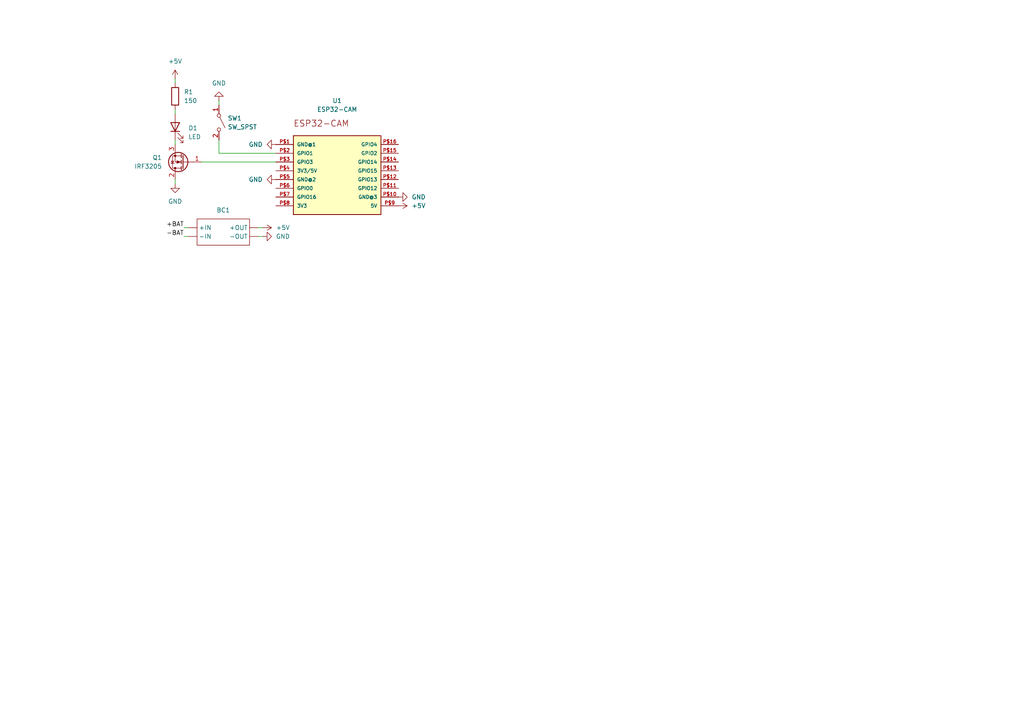
<source format=kicad_sch>
(kicad_sch
	(version 20250114)
	(generator "eeschema")
	(generator_version "9.0")
	(uuid "c734d7a1-08f8-42a6-a355-1b5fadf793c1")
	(paper "A4")
	(lib_symbols
		(symbol "BC:BC"
			(exclude_from_sim no)
			(in_bom yes)
			(on_board yes)
			(property "Reference" "BC"
				(at 0 0 0)
				(effects
					(font
						(size 1.27 1.27)
					)
				)
			)
			(property "Value" ""
				(at 0 0 0)
				(effects
					(font
						(size 1.27 1.27)
					)
				)
			)
			(property "Footprint" ""
				(at 0 0 0)
				(effects
					(font
						(size 1.27 1.27)
					)
					(hide yes)
				)
			)
			(property "Datasheet" ""
				(at 0 0 0)
				(effects
					(font
						(size 1.27 1.27)
					)
					(hide yes)
				)
			)
			(property "Description" ""
				(at 0 0 0)
				(effects
					(font
						(size 1.27 1.27)
					)
					(hide yes)
				)
			)
			(symbol "BC_0_1"
				(rectangle
					(start -7.62 3.81)
					(end 7.62 -3.81)
					(stroke
						(width 0)
						(type default)
					)
					(fill
						(type none)
					)
				)
			)
			(symbol "BC_1_1"
				(pin input line
					(at -10.16 1.27 0)
					(length 2.54)
					(name "+IN"
						(effects
							(font
								(size 1.27 1.27)
							)
						)
					)
					(number ""
						(effects
							(font
								(size 1.27 1.27)
							)
						)
					)
				)
				(pin input line
					(at -10.16 -1.27 0)
					(length 2.54)
					(name "-IN"
						(effects
							(font
								(size 1.27 1.27)
							)
						)
					)
					(number ""
						(effects
							(font
								(size 1.27 1.27)
							)
						)
					)
				)
				(pin input line
					(at 10.16 1.27 180)
					(length 2.54)
					(name "+OUT"
						(effects
							(font
								(size 1.27 1.27)
							)
						)
					)
					(number ""
						(effects
							(font
								(size 1.27 1.27)
							)
						)
					)
				)
				(pin input line
					(at 10.16 -1.27 180)
					(length 2.54)
					(name "-OUT"
						(effects
							(font
								(size 1.27 1.27)
							)
						)
					)
					(number ""
						(effects
							(font
								(size 1.27 1.27)
							)
						)
					)
				)
			)
			(embedded_fonts no)
		)
		(symbol "Device:LED"
			(pin_numbers
				(hide yes)
			)
			(pin_names
				(offset 1.016)
				(hide yes)
			)
			(exclude_from_sim no)
			(in_bom yes)
			(on_board yes)
			(property "Reference" "D"
				(at 0 2.54 0)
				(effects
					(font
						(size 1.27 1.27)
					)
				)
			)
			(property "Value" "LED"
				(at 0 -2.54 0)
				(effects
					(font
						(size 1.27 1.27)
					)
				)
			)
			(property "Footprint" ""
				(at 0 0 0)
				(effects
					(font
						(size 1.27 1.27)
					)
					(hide yes)
				)
			)
			(property "Datasheet" "~"
				(at 0 0 0)
				(effects
					(font
						(size 1.27 1.27)
					)
					(hide yes)
				)
			)
			(property "Description" "Light emitting diode"
				(at 0 0 0)
				(effects
					(font
						(size 1.27 1.27)
					)
					(hide yes)
				)
			)
			(property "Sim.Pins" "1=K 2=A"
				(at 0 0 0)
				(effects
					(font
						(size 1.27 1.27)
					)
					(hide yes)
				)
			)
			(property "ki_keywords" "LED diode"
				(at 0 0 0)
				(effects
					(font
						(size 1.27 1.27)
					)
					(hide yes)
				)
			)
			(property "ki_fp_filters" "LED* LED_SMD:* LED_THT:*"
				(at 0 0 0)
				(effects
					(font
						(size 1.27 1.27)
					)
					(hide yes)
				)
			)
			(symbol "LED_0_1"
				(polyline
					(pts
						(xy -3.048 -0.762) (xy -4.572 -2.286) (xy -3.81 -2.286) (xy -4.572 -2.286) (xy -4.572 -1.524)
					)
					(stroke
						(width 0)
						(type default)
					)
					(fill
						(type none)
					)
				)
				(polyline
					(pts
						(xy -1.778 -0.762) (xy -3.302 -2.286) (xy -2.54 -2.286) (xy -3.302 -2.286) (xy -3.302 -1.524)
					)
					(stroke
						(width 0)
						(type default)
					)
					(fill
						(type none)
					)
				)
				(polyline
					(pts
						(xy -1.27 0) (xy 1.27 0)
					)
					(stroke
						(width 0)
						(type default)
					)
					(fill
						(type none)
					)
				)
				(polyline
					(pts
						(xy -1.27 -1.27) (xy -1.27 1.27)
					)
					(stroke
						(width 0.254)
						(type default)
					)
					(fill
						(type none)
					)
				)
				(polyline
					(pts
						(xy 1.27 -1.27) (xy 1.27 1.27) (xy -1.27 0) (xy 1.27 -1.27)
					)
					(stroke
						(width 0.254)
						(type default)
					)
					(fill
						(type none)
					)
				)
			)
			(symbol "LED_1_1"
				(pin passive line
					(at -3.81 0 0)
					(length 2.54)
					(name "K"
						(effects
							(font
								(size 1.27 1.27)
							)
						)
					)
					(number "1"
						(effects
							(font
								(size 1.27 1.27)
							)
						)
					)
				)
				(pin passive line
					(at 3.81 0 180)
					(length 2.54)
					(name "A"
						(effects
							(font
								(size 1.27 1.27)
							)
						)
					)
					(number "2"
						(effects
							(font
								(size 1.27 1.27)
							)
						)
					)
				)
			)
			(embedded_fonts no)
		)
		(symbol "Device:R"
			(pin_numbers
				(hide yes)
			)
			(pin_names
				(offset 0)
			)
			(exclude_from_sim no)
			(in_bom yes)
			(on_board yes)
			(property "Reference" "R"
				(at 2.032 0 90)
				(effects
					(font
						(size 1.27 1.27)
					)
				)
			)
			(property "Value" "R"
				(at 0 0 90)
				(effects
					(font
						(size 1.27 1.27)
					)
				)
			)
			(property "Footprint" ""
				(at -1.778 0 90)
				(effects
					(font
						(size 1.27 1.27)
					)
					(hide yes)
				)
			)
			(property "Datasheet" "~"
				(at 0 0 0)
				(effects
					(font
						(size 1.27 1.27)
					)
					(hide yes)
				)
			)
			(property "Description" "Resistor"
				(at 0 0 0)
				(effects
					(font
						(size 1.27 1.27)
					)
					(hide yes)
				)
			)
			(property "ki_keywords" "R res resistor"
				(at 0 0 0)
				(effects
					(font
						(size 1.27 1.27)
					)
					(hide yes)
				)
			)
			(property "ki_fp_filters" "R_*"
				(at 0 0 0)
				(effects
					(font
						(size 1.27 1.27)
					)
					(hide yes)
				)
			)
			(symbol "R_0_1"
				(rectangle
					(start -1.016 -2.54)
					(end 1.016 2.54)
					(stroke
						(width 0.254)
						(type default)
					)
					(fill
						(type none)
					)
				)
			)
			(symbol "R_1_1"
				(pin passive line
					(at 0 3.81 270)
					(length 1.27)
					(name "~"
						(effects
							(font
								(size 1.27 1.27)
							)
						)
					)
					(number "1"
						(effects
							(font
								(size 1.27 1.27)
							)
						)
					)
				)
				(pin passive line
					(at 0 -3.81 90)
					(length 1.27)
					(name "~"
						(effects
							(font
								(size 1.27 1.27)
							)
						)
					)
					(number "2"
						(effects
							(font
								(size 1.27 1.27)
							)
						)
					)
				)
			)
			(embedded_fonts no)
		)
		(symbol "ESP32-CAM:ESP32-CAM"
			(pin_names
				(offset 1.016)
			)
			(exclude_from_sim no)
			(in_bom yes)
			(on_board yes)
			(property "Reference" "U"
				(at 0 0 0)
				(effects
					(font
						(size 1.27 1.27)
					)
					(justify bottom)
				)
			)
			(property "Value" "ESP32-CAM"
				(at 0 0 0)
				(effects
					(font
						(size 1.27 1.27)
					)
					(justify bottom)
				)
			)
			(property "Footprint" "ESP32-CAM:ESP32-CAM"
				(at 0 0 0)
				(effects
					(font
						(size 1.27 1.27)
					)
					(justify bottom)
					(hide yes)
				)
			)
			(property "Datasheet" ""
				(at 0 0 0)
				(effects
					(font
						(size 1.27 1.27)
					)
					(hide yes)
				)
			)
			(property "Description" ""
				(at 0 0 0)
				(effects
					(font
						(size 1.27 1.27)
					)
					(hide yes)
				)
			)
			(property "MF" "AI-Thinker"
				(at 0 0 0)
				(effects
					(font
						(size 1.27 1.27)
					)
					(justify bottom)
					(hide yes)
				)
			)
			(property "Description_1" "ESP32 ESP32 Transceiver; 802.11 a/b/g/n (Wi-Fi, WiFi, WLAN), Bluetooth® Smart 4.x Low Energy (BLE) Evaluation Board"
				(at 0 0 0)
				(effects
					(font
						(size 1.27 1.27)
					)
					(justify bottom)
					(hide yes)
				)
			)
			(property "Package" "None"
				(at 0 0 0)
				(effects
					(font
						(size 1.27 1.27)
					)
					(justify bottom)
					(hide yes)
				)
			)
			(property "Price" "None"
				(at 0 0 0)
				(effects
					(font
						(size 1.27 1.27)
					)
					(justify bottom)
					(hide yes)
				)
			)
			(property "SnapEDA_Link" "https://www.snapeda.com/parts/ESP32-CAM/AI-Thinker/view-part/?ref=snap"
				(at 0 0 0)
				(effects
					(font
						(size 1.27 1.27)
					)
					(justify bottom)
					(hide yes)
				)
			)
			(property "MP" "ESP32-CAM"
				(at 0 0 0)
				(effects
					(font
						(size 1.27 1.27)
					)
					(justify bottom)
					(hide yes)
				)
			)
			(property "Availability" "Not in stock"
				(at 0 0 0)
				(effects
					(font
						(size 1.27 1.27)
					)
					(justify bottom)
					(hide yes)
				)
			)
			(property "Check_prices" "https://www.snapeda.com/parts/ESP32-CAM/AI-Thinker/view-part/?ref=eda"
				(at 0 0 0)
				(effects
					(font
						(size 1.27 1.27)
					)
					(justify bottom)
					(hide yes)
				)
			)
			(symbol "ESP32-CAM_0_0"
				(rectangle
					(start -12.7 -10.16)
					(end 12.7 12.7)
					(stroke
						(width 0.254)
						(type default)
					)
					(fill
						(type background)
					)
				)
				(text "ESP32-CAM"
					(at -12.7 15.24 0)
					(effects
						(font
							(size 1.778 1.778)
						)
						(justify left bottom)
					)
				)
				(pin bidirectional line
					(at -17.78 10.16 0)
					(length 5.08)
					(name "GND@1"
						(effects
							(font
								(size 1.016 1.016)
							)
						)
					)
					(number "P$1"
						(effects
							(font
								(size 1.016 1.016)
							)
						)
					)
				)
				(pin bidirectional line
					(at -17.78 7.62 0)
					(length 5.08)
					(name "GPIO1"
						(effects
							(font
								(size 1.016 1.016)
							)
						)
					)
					(number "P$2"
						(effects
							(font
								(size 1.016 1.016)
							)
						)
					)
				)
				(pin bidirectional line
					(at -17.78 5.08 0)
					(length 5.08)
					(name "GPIO3"
						(effects
							(font
								(size 1.016 1.016)
							)
						)
					)
					(number "P$3"
						(effects
							(font
								(size 1.016 1.016)
							)
						)
					)
				)
				(pin bidirectional line
					(at -17.78 2.54 0)
					(length 5.08)
					(name "3V3/5V"
						(effects
							(font
								(size 1.016 1.016)
							)
						)
					)
					(number "P$4"
						(effects
							(font
								(size 1.016 1.016)
							)
						)
					)
				)
				(pin bidirectional line
					(at -17.78 0 0)
					(length 5.08)
					(name "GND@2"
						(effects
							(font
								(size 1.016 1.016)
							)
						)
					)
					(number "P$5"
						(effects
							(font
								(size 1.016 1.016)
							)
						)
					)
				)
				(pin bidirectional line
					(at -17.78 -2.54 0)
					(length 5.08)
					(name "GPIO0"
						(effects
							(font
								(size 1.016 1.016)
							)
						)
					)
					(number "P$6"
						(effects
							(font
								(size 1.016 1.016)
							)
						)
					)
				)
				(pin bidirectional line
					(at -17.78 -5.08 0)
					(length 5.08)
					(name "GPIO16"
						(effects
							(font
								(size 1.016 1.016)
							)
						)
					)
					(number "P$7"
						(effects
							(font
								(size 1.016 1.016)
							)
						)
					)
				)
				(pin bidirectional line
					(at -17.78 -7.62 0)
					(length 5.08)
					(name "3V3"
						(effects
							(font
								(size 1.016 1.016)
							)
						)
					)
					(number "P$8"
						(effects
							(font
								(size 1.016 1.016)
							)
						)
					)
				)
				(pin bidirectional line
					(at 17.78 10.16 180)
					(length 5.08)
					(name "GPIO4"
						(effects
							(font
								(size 1.016 1.016)
							)
						)
					)
					(number "P$16"
						(effects
							(font
								(size 1.016 1.016)
							)
						)
					)
				)
				(pin bidirectional line
					(at 17.78 7.62 180)
					(length 5.08)
					(name "GPIO2"
						(effects
							(font
								(size 1.016 1.016)
							)
						)
					)
					(number "P$15"
						(effects
							(font
								(size 1.016 1.016)
							)
						)
					)
				)
				(pin bidirectional line
					(at 17.78 5.08 180)
					(length 5.08)
					(name "GPIO14"
						(effects
							(font
								(size 1.016 1.016)
							)
						)
					)
					(number "P$14"
						(effects
							(font
								(size 1.016 1.016)
							)
						)
					)
				)
				(pin bidirectional line
					(at 17.78 2.54 180)
					(length 5.08)
					(name "GPIO15"
						(effects
							(font
								(size 1.016 1.016)
							)
						)
					)
					(number "P$13"
						(effects
							(font
								(size 1.016 1.016)
							)
						)
					)
				)
				(pin bidirectional line
					(at 17.78 0 180)
					(length 5.08)
					(name "GPIO13"
						(effects
							(font
								(size 1.016 1.016)
							)
						)
					)
					(number "P$12"
						(effects
							(font
								(size 1.016 1.016)
							)
						)
					)
				)
				(pin bidirectional line
					(at 17.78 -2.54 180)
					(length 5.08)
					(name "GPIO12"
						(effects
							(font
								(size 1.016 1.016)
							)
						)
					)
					(number "P$11"
						(effects
							(font
								(size 1.016 1.016)
							)
						)
					)
				)
				(pin bidirectional line
					(at 17.78 -5.08 180)
					(length 5.08)
					(name "GND@3"
						(effects
							(font
								(size 1.016 1.016)
							)
						)
					)
					(number "P$10"
						(effects
							(font
								(size 1.016 1.016)
							)
						)
					)
				)
				(pin bidirectional line
					(at 17.78 -7.62 180)
					(length 5.08)
					(name "5V"
						(effects
							(font
								(size 1.016 1.016)
							)
						)
					)
					(number "P$9"
						(effects
							(font
								(size 1.016 1.016)
							)
						)
					)
				)
			)
			(embedded_fonts no)
		)
		(symbol "Switch:SW_SPST"
			(pin_names
				(offset 0)
				(hide yes)
			)
			(exclude_from_sim no)
			(in_bom yes)
			(on_board yes)
			(property "Reference" "SW"
				(at 0 3.175 0)
				(effects
					(font
						(size 1.27 1.27)
					)
				)
			)
			(property "Value" "SW_SPST"
				(at 0 -2.54 0)
				(effects
					(font
						(size 1.27 1.27)
					)
				)
			)
			(property "Footprint" ""
				(at 0 0 0)
				(effects
					(font
						(size 1.27 1.27)
					)
					(hide yes)
				)
			)
			(property "Datasheet" "~"
				(at 0 0 0)
				(effects
					(font
						(size 1.27 1.27)
					)
					(hide yes)
				)
			)
			(property "Description" "Single Pole Single Throw (SPST) switch"
				(at 0 0 0)
				(effects
					(font
						(size 1.27 1.27)
					)
					(hide yes)
				)
			)
			(property "ki_keywords" "switch lever"
				(at 0 0 0)
				(effects
					(font
						(size 1.27 1.27)
					)
					(hide yes)
				)
			)
			(symbol "SW_SPST_0_0"
				(circle
					(center -2.032 0)
					(radius 0.508)
					(stroke
						(width 0)
						(type default)
					)
					(fill
						(type none)
					)
				)
				(polyline
					(pts
						(xy -1.524 0.254) (xy 1.524 1.778)
					)
					(stroke
						(width 0)
						(type default)
					)
					(fill
						(type none)
					)
				)
				(circle
					(center 2.032 0)
					(radius 0.508)
					(stroke
						(width 0)
						(type default)
					)
					(fill
						(type none)
					)
				)
			)
			(symbol "SW_SPST_1_1"
				(pin passive line
					(at -5.08 0 0)
					(length 2.54)
					(name "A"
						(effects
							(font
								(size 1.27 1.27)
							)
						)
					)
					(number "1"
						(effects
							(font
								(size 1.27 1.27)
							)
						)
					)
				)
				(pin passive line
					(at 5.08 0 180)
					(length 2.54)
					(name "B"
						(effects
							(font
								(size 1.27 1.27)
							)
						)
					)
					(number "2"
						(effects
							(font
								(size 1.27 1.27)
							)
						)
					)
				)
			)
			(embedded_fonts no)
		)
		(symbol "Transistor_FET:IRF3205"
			(pin_names
				(hide yes)
			)
			(exclude_from_sim no)
			(in_bom yes)
			(on_board yes)
			(property "Reference" "Q"
				(at 5.08 1.905 0)
				(effects
					(font
						(size 1.27 1.27)
					)
					(justify left)
				)
			)
			(property "Value" "IRF3205"
				(at 5.08 0 0)
				(effects
					(font
						(size 1.27 1.27)
					)
					(justify left)
				)
			)
			(property "Footprint" "Package_TO_SOT_THT:TO-220-3_Vertical"
				(at 5.08 -1.905 0)
				(effects
					(font
						(size 1.27 1.27)
						(italic yes)
					)
					(justify left)
					(hide yes)
				)
			)
			(property "Datasheet" "http://www.irf.com/product-info/datasheets/data/irf3205.pdf"
				(at 5.08 -3.81 0)
				(effects
					(font
						(size 1.27 1.27)
					)
					(justify left)
					(hide yes)
				)
			)
			(property "Description" "110A Id, 55V Vds, Single N-Channel HEXFET Power MOSFET, 8mOhm Ron, TO-220AB"
				(at 0 0 0)
				(effects
					(font
						(size 1.27 1.27)
					)
					(hide yes)
				)
			)
			(property "ki_keywords" "Single N-Channel HEXFET Power MOSFET"
				(at 0 0 0)
				(effects
					(font
						(size 1.27 1.27)
					)
					(hide yes)
				)
			)
			(property "ki_fp_filters" "TO?220*"
				(at 0 0 0)
				(effects
					(font
						(size 1.27 1.27)
					)
					(hide yes)
				)
			)
			(symbol "IRF3205_0_1"
				(polyline
					(pts
						(xy 0.254 1.905) (xy 0.254 -1.905)
					)
					(stroke
						(width 0.254)
						(type default)
					)
					(fill
						(type none)
					)
				)
				(polyline
					(pts
						(xy 0.254 0) (xy -2.54 0)
					)
					(stroke
						(width 0)
						(type default)
					)
					(fill
						(type none)
					)
				)
				(polyline
					(pts
						(xy 0.762 2.286) (xy 0.762 1.27)
					)
					(stroke
						(width 0.254)
						(type default)
					)
					(fill
						(type none)
					)
				)
				(polyline
					(pts
						(xy 0.762 0.508) (xy 0.762 -0.508)
					)
					(stroke
						(width 0.254)
						(type default)
					)
					(fill
						(type none)
					)
				)
				(polyline
					(pts
						(xy 0.762 -1.27) (xy 0.762 -2.286)
					)
					(stroke
						(width 0.254)
						(type default)
					)
					(fill
						(type none)
					)
				)
				(polyline
					(pts
						(xy 0.762 -1.778) (xy 3.302 -1.778) (xy 3.302 1.778) (xy 0.762 1.778)
					)
					(stroke
						(width 0)
						(type default)
					)
					(fill
						(type none)
					)
				)
				(polyline
					(pts
						(xy 1.016 0) (xy 2.032 0.381) (xy 2.032 -0.381) (xy 1.016 0)
					)
					(stroke
						(width 0)
						(type default)
					)
					(fill
						(type outline)
					)
				)
				(circle
					(center 1.651 0)
					(radius 2.794)
					(stroke
						(width 0.254)
						(type default)
					)
					(fill
						(type none)
					)
				)
				(polyline
					(pts
						(xy 2.54 2.54) (xy 2.54 1.778)
					)
					(stroke
						(width 0)
						(type default)
					)
					(fill
						(type none)
					)
				)
				(circle
					(center 2.54 1.778)
					(radius 0.254)
					(stroke
						(width 0)
						(type default)
					)
					(fill
						(type outline)
					)
				)
				(circle
					(center 2.54 -1.778)
					(radius 0.254)
					(stroke
						(width 0)
						(type default)
					)
					(fill
						(type outline)
					)
				)
				(polyline
					(pts
						(xy 2.54 -2.54) (xy 2.54 0) (xy 0.762 0)
					)
					(stroke
						(width 0)
						(type default)
					)
					(fill
						(type none)
					)
				)
				(polyline
					(pts
						(xy 2.794 0.508) (xy 2.921 0.381) (xy 3.683 0.381) (xy 3.81 0.254)
					)
					(stroke
						(width 0)
						(type default)
					)
					(fill
						(type none)
					)
				)
				(polyline
					(pts
						(xy 3.302 0.381) (xy 2.921 -0.254) (xy 3.683 -0.254) (xy 3.302 0.381)
					)
					(stroke
						(width 0)
						(type default)
					)
					(fill
						(type none)
					)
				)
			)
			(symbol "IRF3205_1_1"
				(pin input line
					(at -5.08 0 0)
					(length 2.54)
					(name "G"
						(effects
							(font
								(size 1.27 1.27)
							)
						)
					)
					(number "1"
						(effects
							(font
								(size 1.27 1.27)
							)
						)
					)
				)
				(pin passive line
					(at 2.54 5.08 270)
					(length 2.54)
					(name "D"
						(effects
							(font
								(size 1.27 1.27)
							)
						)
					)
					(number "2"
						(effects
							(font
								(size 1.27 1.27)
							)
						)
					)
				)
				(pin passive line
					(at 2.54 -5.08 90)
					(length 2.54)
					(name "S"
						(effects
							(font
								(size 1.27 1.27)
							)
						)
					)
					(number "3"
						(effects
							(font
								(size 1.27 1.27)
							)
						)
					)
				)
			)
			(embedded_fonts no)
		)
		(symbol "power:+5V"
			(power)
			(pin_numbers
				(hide yes)
			)
			(pin_names
				(offset 0)
				(hide yes)
			)
			(exclude_from_sim no)
			(in_bom yes)
			(on_board yes)
			(property "Reference" "#PWR"
				(at 0 -3.81 0)
				(effects
					(font
						(size 1.27 1.27)
					)
					(hide yes)
				)
			)
			(property "Value" "+5V"
				(at 0 3.556 0)
				(effects
					(font
						(size 1.27 1.27)
					)
				)
			)
			(property "Footprint" ""
				(at 0 0 0)
				(effects
					(font
						(size 1.27 1.27)
					)
					(hide yes)
				)
			)
			(property "Datasheet" ""
				(at 0 0 0)
				(effects
					(font
						(size 1.27 1.27)
					)
					(hide yes)
				)
			)
			(property "Description" "Power symbol creates a global label with name \"+5V\""
				(at 0 0 0)
				(effects
					(font
						(size 1.27 1.27)
					)
					(hide yes)
				)
			)
			(property "ki_keywords" "global power"
				(at 0 0 0)
				(effects
					(font
						(size 1.27 1.27)
					)
					(hide yes)
				)
			)
			(symbol "+5V_0_1"
				(polyline
					(pts
						(xy -0.762 1.27) (xy 0 2.54)
					)
					(stroke
						(width 0)
						(type default)
					)
					(fill
						(type none)
					)
				)
				(polyline
					(pts
						(xy 0 2.54) (xy 0.762 1.27)
					)
					(stroke
						(width 0)
						(type default)
					)
					(fill
						(type none)
					)
				)
				(polyline
					(pts
						(xy 0 0) (xy 0 2.54)
					)
					(stroke
						(width 0)
						(type default)
					)
					(fill
						(type none)
					)
				)
			)
			(symbol "+5V_1_1"
				(pin power_in line
					(at 0 0 90)
					(length 0)
					(name "~"
						(effects
							(font
								(size 1.27 1.27)
							)
						)
					)
					(number "1"
						(effects
							(font
								(size 1.27 1.27)
							)
						)
					)
				)
			)
			(embedded_fonts no)
		)
		(symbol "power:GND"
			(power)
			(pin_numbers
				(hide yes)
			)
			(pin_names
				(offset 0)
				(hide yes)
			)
			(exclude_from_sim no)
			(in_bom yes)
			(on_board yes)
			(property "Reference" "#PWR"
				(at 0 -6.35 0)
				(effects
					(font
						(size 1.27 1.27)
					)
					(hide yes)
				)
			)
			(property "Value" "GND"
				(at 0 -3.81 0)
				(effects
					(font
						(size 1.27 1.27)
					)
				)
			)
			(property "Footprint" ""
				(at 0 0 0)
				(effects
					(font
						(size 1.27 1.27)
					)
					(hide yes)
				)
			)
			(property "Datasheet" ""
				(at 0 0 0)
				(effects
					(font
						(size 1.27 1.27)
					)
					(hide yes)
				)
			)
			(property "Description" "Power symbol creates a global label with name \"GND\" , ground"
				(at 0 0 0)
				(effects
					(font
						(size 1.27 1.27)
					)
					(hide yes)
				)
			)
			(property "ki_keywords" "global power"
				(at 0 0 0)
				(effects
					(font
						(size 1.27 1.27)
					)
					(hide yes)
				)
			)
			(symbol "GND_0_1"
				(polyline
					(pts
						(xy 0 0) (xy 0 -1.27) (xy 1.27 -1.27) (xy 0 -2.54) (xy -1.27 -1.27) (xy 0 -1.27)
					)
					(stroke
						(width 0)
						(type default)
					)
					(fill
						(type none)
					)
				)
			)
			(symbol "GND_1_1"
				(pin power_in line
					(at 0 0 270)
					(length 0)
					(name "~"
						(effects
							(font
								(size 1.27 1.27)
							)
						)
					)
					(number "1"
						(effects
							(font
								(size 1.27 1.27)
							)
						)
					)
				)
			)
			(embedded_fonts no)
		)
	)
	(wire
		(pts
			(xy 53.34 68.58) (xy 54.61 68.58)
		)
		(stroke
			(width 0)
			(type default)
		)
		(uuid "17b12b65-d72c-40b9-aa69-f63276becfb4")
	)
	(wire
		(pts
			(xy 63.5 40.64) (xy 63.5 44.45)
		)
		(stroke
			(width 0)
			(type default)
		)
		(uuid "1f4c9798-1519-475e-90b4-90e68f78e721")
	)
	(wire
		(pts
			(xy 58.42 46.99) (xy 80.01 46.99)
		)
		(stroke
			(width 0)
			(type default)
		)
		(uuid "36a21e7c-aef1-4788-b407-9c4bf4458b7c")
	)
	(wire
		(pts
			(xy 50.8 22.86) (xy 50.8 24.13)
		)
		(stroke
			(width 0)
			(type default)
		)
		(uuid "40f32fc7-ef19-430f-8b6a-84488651388c")
	)
	(wire
		(pts
			(xy 50.8 53.34) (xy 50.8 52.07)
		)
		(stroke
			(width 0)
			(type default)
		)
		(uuid "44956df4-83bd-484c-a686-d969360872ab")
	)
	(wire
		(pts
			(xy 50.8 31.75) (xy 50.8 33.02)
		)
		(stroke
			(width 0)
			(type default)
		)
		(uuid "6345bdfc-6ac3-4a85-ae8b-40e36d479183")
	)
	(wire
		(pts
			(xy 76.2 66.04) (xy 74.93 66.04)
		)
		(stroke
			(width 0)
			(type default)
		)
		(uuid "67251eac-3044-4343-9885-1fcf6ddda486")
	)
	(wire
		(pts
			(xy 50.8 40.64) (xy 50.8 41.91)
		)
		(stroke
			(width 0)
			(type default)
		)
		(uuid "75a0bfa4-09dd-4860-8fd3-e621172a7754")
	)
	(wire
		(pts
			(xy 63.5 44.45) (xy 80.01 44.45)
		)
		(stroke
			(width 0)
			(type default)
		)
		(uuid "b11343ff-2612-4b9c-a11f-309f56f494e7")
	)
	(wire
		(pts
			(xy 76.2 68.58) (xy 74.93 68.58)
		)
		(stroke
			(width 0)
			(type default)
		)
		(uuid "c207a38e-c926-4ac4-889b-37dc18379e4d")
	)
	(wire
		(pts
			(xy 63.5 29.21) (xy 63.5 30.48)
		)
		(stroke
			(width 0)
			(type default)
		)
		(uuid "e8c9ffb7-8d6a-43f4-8ecd-25bec09ba40c")
	)
	(wire
		(pts
			(xy 53.34 66.04) (xy 54.61 66.04)
		)
		(stroke
			(width 0)
			(type default)
		)
		(uuid "e9457147-1d56-4ac2-b0e3-3cd19a8f23a6")
	)
	(label "+BAT"
		(at 53.34 66.04 180)
		(effects
			(font
				(size 1.27 1.27)
			)
			(justify right bottom)
		)
		(uuid "7b916418-a7af-4b19-ac02-abf1af643f42")
	)
	(label "-BAT"
		(at 53.34 68.58 180)
		(effects
			(font
				(size 1.27 1.27)
			)
			(justify right bottom)
		)
		(uuid "b45a989c-48a1-40f3-8579-1c4d0fba6833")
	)
	(symbol
		(lib_id "Transistor_FET:IRF3205")
		(at 53.34 46.99 180)
		(unit 1)
		(exclude_from_sim no)
		(in_bom yes)
		(on_board yes)
		(dnp no)
		(fields_autoplaced yes)
		(uuid "1d98751f-efe9-42a9-a4d9-6d5827c56a82")
		(property "Reference" "Q1"
			(at 46.99 45.7199 0)
			(effects
				(font
					(size 1.27 1.27)
				)
				(justify left)
			)
		)
		(property "Value" "IRF3205"
			(at 46.99 48.2599 0)
			(effects
				(font
					(size 1.27 1.27)
				)
				(justify left)
			)
		)
		(property "Footprint" "Package_TO_SOT_THT:TO-220-3_Vertical"
			(at 48.26 45.085 0)
			(effects
				(font
					(size 1.27 1.27)
					(italic yes)
				)
				(justify left)
				(hide yes)
			)
		)
		(property "Datasheet" "http://www.irf.com/product-info/datasheets/data/irf3205.pdf"
			(at 48.26 43.18 0)
			(effects
				(font
					(size 1.27 1.27)
				)
				(justify left)
				(hide yes)
			)
		)
		(property "Description" "110A Id, 55V Vds, Single N-Channel HEXFET Power MOSFET, 8mOhm Ron, TO-220AB"
			(at 53.34 46.99 0)
			(effects
				(font
					(size 1.27 1.27)
				)
				(hide yes)
			)
		)
		(pin "2"
			(uuid "63e5595b-61dc-490e-b775-07745d1a1c64")
		)
		(pin "1"
			(uuid "b13a9d46-8e4b-4c5e-9405-9d87caf6178e")
		)
		(pin "3"
			(uuid "3433e720-9e5d-4d27-a697-48015d3f6acc")
		)
		(instances
			(project ""
				(path "/c734d7a1-08f8-42a6-a355-1b5fadf793c1"
					(reference "Q1")
					(unit 1)
				)
			)
		)
	)
	(symbol
		(lib_id "power:GND")
		(at 115.57 57.15 90)
		(unit 1)
		(exclude_from_sim no)
		(in_bom yes)
		(on_board yes)
		(dnp no)
		(fields_autoplaced yes)
		(uuid "2525af3f-2bd7-42d2-89d2-c11ef11b24aa")
		(property "Reference" "#PWR03"
			(at 121.92 57.15 0)
			(effects
				(font
					(size 1.27 1.27)
				)
				(hide yes)
			)
		)
		(property "Value" "GND"
			(at 119.38 57.1499 90)
			(effects
				(font
					(size 1.27 1.27)
				)
				(justify right)
			)
		)
		(property "Footprint" ""
			(at 115.57 57.15 0)
			(effects
				(font
					(size 1.27 1.27)
				)
				(hide yes)
			)
		)
		(property "Datasheet" ""
			(at 115.57 57.15 0)
			(effects
				(font
					(size 1.27 1.27)
				)
				(hide yes)
			)
		)
		(property "Description" "Power symbol creates a global label with name \"GND\" , ground"
			(at 115.57 57.15 0)
			(effects
				(font
					(size 1.27 1.27)
				)
				(hide yes)
			)
		)
		(pin "1"
			(uuid "19a45b0c-a657-4b98-855f-cf9f965785d0")
		)
		(instances
			(project "Action Cam PCB"
				(path "/c734d7a1-08f8-42a6-a355-1b5fadf793c1"
					(reference "#PWR03")
					(unit 1)
				)
			)
		)
	)
	(symbol
		(lib_id "power:+5V")
		(at 50.8 22.86 0)
		(unit 1)
		(exclude_from_sim no)
		(in_bom yes)
		(on_board yes)
		(dnp no)
		(fields_autoplaced yes)
		(uuid "2f236087-8f21-49e8-a2a6-8262ade2fc54")
		(property "Reference" "#PWR06"
			(at 50.8 26.67 0)
			(effects
				(font
					(size 1.27 1.27)
				)
				(hide yes)
			)
		)
		(property "Value" "+5V"
			(at 50.8 17.78 0)
			(effects
				(font
					(size 1.27 1.27)
				)
			)
		)
		(property "Footprint" ""
			(at 50.8 22.86 0)
			(effects
				(font
					(size 1.27 1.27)
				)
				(hide yes)
			)
		)
		(property "Datasheet" ""
			(at 50.8 22.86 0)
			(effects
				(font
					(size 1.27 1.27)
				)
				(hide yes)
			)
		)
		(property "Description" "Power symbol creates a global label with name \"+5V\""
			(at 50.8 22.86 0)
			(effects
				(font
					(size 1.27 1.27)
				)
				(hide yes)
			)
		)
		(pin "1"
			(uuid "ec9fd9fb-9ea3-4cb6-85cd-906a1d44f5d3")
		)
		(instances
			(project "Action Cam PCB"
				(path "/c734d7a1-08f8-42a6-a355-1b5fadf793c1"
					(reference "#PWR06")
					(unit 1)
				)
			)
		)
	)
	(symbol
		(lib_id "power:GND")
		(at 80.01 41.91 270)
		(unit 1)
		(exclude_from_sim no)
		(in_bom yes)
		(on_board yes)
		(dnp no)
		(fields_autoplaced yes)
		(uuid "35f9f1de-1c76-4a27-a9e3-69a19a194930")
		(property "Reference" "#PWR01"
			(at 73.66 41.91 0)
			(effects
				(font
					(size 1.27 1.27)
				)
				(hide yes)
			)
		)
		(property "Value" "GND"
			(at 76.2 41.9099 90)
			(effects
				(font
					(size 1.27 1.27)
				)
				(justify right)
			)
		)
		(property "Footprint" ""
			(at 80.01 41.91 0)
			(effects
				(font
					(size 1.27 1.27)
				)
				(hide yes)
			)
		)
		(property "Datasheet" ""
			(at 80.01 41.91 0)
			(effects
				(font
					(size 1.27 1.27)
				)
				(hide yes)
			)
		)
		(property "Description" "Power symbol creates a global label with name \"GND\" , ground"
			(at 80.01 41.91 0)
			(effects
				(font
					(size 1.27 1.27)
				)
				(hide yes)
			)
		)
		(pin "1"
			(uuid "1714d4f9-4596-4307-8f4d-da55aead0347")
		)
		(instances
			(project ""
				(path "/c734d7a1-08f8-42a6-a355-1b5fadf793c1"
					(reference "#PWR01")
					(unit 1)
				)
			)
		)
	)
	(symbol
		(lib_id "power:GND")
		(at 80.01 52.07 270)
		(unit 1)
		(exclude_from_sim no)
		(in_bom yes)
		(on_board yes)
		(dnp no)
		(fields_autoplaced yes)
		(uuid "3a411074-df31-4e9d-a955-82cd1efa99d2")
		(property "Reference" "#PWR02"
			(at 73.66 52.07 0)
			(effects
				(font
					(size 1.27 1.27)
				)
				(hide yes)
			)
		)
		(property "Value" "GND"
			(at 76.2 52.0699 90)
			(effects
				(font
					(size 1.27 1.27)
				)
				(justify right)
			)
		)
		(property "Footprint" ""
			(at 80.01 52.07 0)
			(effects
				(font
					(size 1.27 1.27)
				)
				(hide yes)
			)
		)
		(property "Datasheet" ""
			(at 80.01 52.07 0)
			(effects
				(font
					(size 1.27 1.27)
				)
				(hide yes)
			)
		)
		(property "Description" "Power symbol creates a global label with name \"GND\" , ground"
			(at 80.01 52.07 0)
			(effects
				(font
					(size 1.27 1.27)
				)
				(hide yes)
			)
		)
		(pin "1"
			(uuid "cccd7e61-95b9-4cb2-8bed-a56f99437a0b")
		)
		(instances
			(project "Action Cam PCB"
				(path "/c734d7a1-08f8-42a6-a355-1b5fadf793c1"
					(reference "#PWR02")
					(unit 1)
				)
			)
		)
	)
	(symbol
		(lib_id "Device:R")
		(at 50.8 27.94 0)
		(unit 1)
		(exclude_from_sim no)
		(in_bom yes)
		(on_board yes)
		(dnp no)
		(fields_autoplaced yes)
		(uuid "4bbcf168-dffa-4512-a4ba-ceefdcfd51cb")
		(property "Reference" "R1"
			(at 53.34 26.6699 0)
			(effects
				(font
					(size 1.27 1.27)
				)
				(justify left)
			)
		)
		(property "Value" "150"
			(at 53.34 29.2099 0)
			(effects
				(font
					(size 1.27 1.27)
				)
				(justify left)
			)
		)
		(property "Footprint" ""
			(at 49.022 27.94 90)
			(effects
				(font
					(size 1.27 1.27)
				)
				(hide yes)
			)
		)
		(property "Datasheet" "~"
			(at 50.8 27.94 0)
			(effects
				(font
					(size 1.27 1.27)
				)
				(hide yes)
			)
		)
		(property "Description" "Resistor"
			(at 50.8 27.94 0)
			(effects
				(font
					(size 1.27 1.27)
				)
				(hide yes)
			)
		)
		(pin "1"
			(uuid "5ec2c6ee-a6d7-4477-99fc-b9e242d6cc7c")
		)
		(pin "2"
			(uuid "5dbd5028-01b4-499c-b57f-beafddf6c4b9")
		)
		(instances
			(project ""
				(path "/c734d7a1-08f8-42a6-a355-1b5fadf793c1"
					(reference "R1")
					(unit 1)
				)
			)
		)
	)
	(symbol
		(lib_id "power:GND")
		(at 76.2 68.58 90)
		(unit 1)
		(exclude_from_sim no)
		(in_bom yes)
		(on_board yes)
		(dnp no)
		(fields_autoplaced yes)
		(uuid "4dbe9c39-56ec-4e2f-bb4f-bf5c8c933065")
		(property "Reference" "#PWR08"
			(at 82.55 68.58 0)
			(effects
				(font
					(size 1.27 1.27)
				)
				(hide yes)
			)
		)
		(property "Value" "GND"
			(at 80.01 68.5799 90)
			(effects
				(font
					(size 1.27 1.27)
				)
				(justify right)
			)
		)
		(property "Footprint" ""
			(at 76.2 68.58 0)
			(effects
				(font
					(size 1.27 1.27)
				)
				(hide yes)
			)
		)
		(property "Datasheet" ""
			(at 76.2 68.58 0)
			(effects
				(font
					(size 1.27 1.27)
				)
				(hide yes)
			)
		)
		(property "Description" "Power symbol creates a global label with name \"GND\" , ground"
			(at 76.2 68.58 0)
			(effects
				(font
					(size 1.27 1.27)
				)
				(hide yes)
			)
		)
		(pin "1"
			(uuid "3c75fd7d-7e8c-45bc-b088-4ef40cfa2037")
		)
		(instances
			(project "Action Cam PCB"
				(path "/c734d7a1-08f8-42a6-a355-1b5fadf793c1"
					(reference "#PWR08")
					(unit 1)
				)
			)
		)
	)
	(symbol
		(lib_id "power:+5V")
		(at 115.57 59.69 270)
		(unit 1)
		(exclude_from_sim no)
		(in_bom yes)
		(on_board yes)
		(dnp no)
		(fields_autoplaced yes)
		(uuid "59c19a98-89b8-4005-a541-295eb968b8b5")
		(property "Reference" "#PWR04"
			(at 111.76 59.69 0)
			(effects
				(font
					(size 1.27 1.27)
				)
				(hide yes)
			)
		)
		(property "Value" "+5V"
			(at 119.38 59.6899 90)
			(effects
				(font
					(size 1.27 1.27)
				)
				(justify left)
			)
		)
		(property "Footprint" ""
			(at 115.57 59.69 0)
			(effects
				(font
					(size 1.27 1.27)
				)
				(hide yes)
			)
		)
		(property "Datasheet" ""
			(at 115.57 59.69 0)
			(effects
				(font
					(size 1.27 1.27)
				)
				(hide yes)
			)
		)
		(property "Description" "Power symbol creates a global label with name \"+5V\""
			(at 115.57 59.69 0)
			(effects
				(font
					(size 1.27 1.27)
				)
				(hide yes)
			)
		)
		(pin "1"
			(uuid "000579bc-1689-4f83-a906-b198b8a9af81")
		)
		(instances
			(project ""
				(path "/c734d7a1-08f8-42a6-a355-1b5fadf793c1"
					(reference "#PWR04")
					(unit 1)
				)
			)
		)
	)
	(symbol
		(lib_id "power:GND")
		(at 50.8 53.34 0)
		(unit 1)
		(exclude_from_sim no)
		(in_bom yes)
		(on_board yes)
		(dnp no)
		(fields_autoplaced yes)
		(uuid "7696b836-26fe-477a-92c6-7cfb5e92c323")
		(property "Reference" "#PWR05"
			(at 50.8 59.69 0)
			(effects
				(font
					(size 1.27 1.27)
				)
				(hide yes)
			)
		)
		(property "Value" "GND"
			(at 50.8 58.42 0)
			(effects
				(font
					(size 1.27 1.27)
				)
			)
		)
		(property "Footprint" ""
			(at 50.8 53.34 0)
			(effects
				(font
					(size 1.27 1.27)
				)
				(hide yes)
			)
		)
		(property "Datasheet" ""
			(at 50.8 53.34 0)
			(effects
				(font
					(size 1.27 1.27)
				)
				(hide yes)
			)
		)
		(property "Description" "Power symbol creates a global label with name \"GND\" , ground"
			(at 50.8 53.34 0)
			(effects
				(font
					(size 1.27 1.27)
				)
				(hide yes)
			)
		)
		(pin "1"
			(uuid "642caf81-59ce-4bda-aa75-1a3ed609bea4")
		)
		(instances
			(project "Action Cam PCB"
				(path "/c734d7a1-08f8-42a6-a355-1b5fadf793c1"
					(reference "#PWR05")
					(unit 1)
				)
			)
		)
	)
	(symbol
		(lib_id "power:+5V")
		(at 76.2 66.04 270)
		(unit 1)
		(exclude_from_sim no)
		(in_bom yes)
		(on_board yes)
		(dnp no)
		(fields_autoplaced yes)
		(uuid "8877ea13-c3ee-4f32-9f3f-098978791409")
		(property "Reference" "#PWR09"
			(at 72.39 66.04 0)
			(effects
				(font
					(size 1.27 1.27)
				)
				(hide yes)
			)
		)
		(property "Value" "+5V"
			(at 80.01 66.0399 90)
			(effects
				(font
					(size 1.27 1.27)
				)
				(justify left)
			)
		)
		(property "Footprint" ""
			(at 76.2 66.04 0)
			(effects
				(font
					(size 1.27 1.27)
				)
				(hide yes)
			)
		)
		(property "Datasheet" ""
			(at 76.2 66.04 0)
			(effects
				(font
					(size 1.27 1.27)
				)
				(hide yes)
			)
		)
		(property "Description" "Power symbol creates a global label with name \"+5V\""
			(at 76.2 66.04 0)
			(effects
				(font
					(size 1.27 1.27)
				)
				(hide yes)
			)
		)
		(pin "1"
			(uuid "3ab39e66-afe8-41a7-a169-bf981a9c8e51")
		)
		(instances
			(project "Action Cam PCB"
				(path "/c734d7a1-08f8-42a6-a355-1b5fadf793c1"
					(reference "#PWR09")
					(unit 1)
				)
			)
		)
	)
	(symbol
		(lib_id "ESP32-CAM:ESP32-CAM")
		(at 97.79 52.07 0)
		(unit 1)
		(exclude_from_sim no)
		(in_bom yes)
		(on_board yes)
		(dnp no)
		(fields_autoplaced yes)
		(uuid "91a9dc3c-5e1e-453c-aaf7-e9cb3fbc6ba6")
		(property "Reference" "U1"
			(at 97.79 29.21 0)
			(effects
				(font
					(size 1.27 1.27)
				)
			)
		)
		(property "Value" "ESP32-CAM"
			(at 97.79 31.75 0)
			(effects
				(font
					(size 1.27 1.27)
				)
			)
		)
		(property "Footprint" "ESP32-CAM:ESP32-CAM"
			(at 97.79 52.07 0)
			(effects
				(font
					(size 1.27 1.27)
				)
				(justify bottom)
				(hide yes)
			)
		)
		(property "Datasheet" ""
			(at 97.79 52.07 0)
			(effects
				(font
					(size 1.27 1.27)
				)
				(hide yes)
			)
		)
		(property "Description" ""
			(at 97.79 52.07 0)
			(effects
				(font
					(size 1.27 1.27)
				)
				(hide yes)
			)
		)
		(property "MF" "AI-Thinker"
			(at 97.79 52.07 0)
			(effects
				(font
					(size 1.27 1.27)
				)
				(justify bottom)
				(hide yes)
			)
		)
		(property "Description_1" "ESP32 ESP32 Transceiver; 802.11 a/b/g/n (Wi-Fi, WiFi, WLAN), Bluetooth® Smart 4.x Low Energy (BLE) Evaluation Board"
			(at 97.79 52.07 0)
			(effects
				(font
					(size 1.27 1.27)
				)
				(justify bottom)
				(hide yes)
			)
		)
		(property "Package" "None"
			(at 97.79 52.07 0)
			(effects
				(font
					(size 1.27 1.27)
				)
				(justify bottom)
				(hide yes)
			)
		)
		(property "Price" "None"
			(at 97.79 52.07 0)
			(effects
				(font
					(size 1.27 1.27)
				)
				(justify bottom)
				(hide yes)
			)
		)
		(property "SnapEDA_Link" "https://www.snapeda.com/parts/ESP32-CAM/AI-Thinker/view-part/?ref=snap"
			(at 97.79 52.07 0)
			(effects
				(font
					(size 1.27 1.27)
				)
				(justify bottom)
				(hide yes)
			)
		)
		(property "MP" "ESP32-CAM"
			(at 97.79 52.07 0)
			(effects
				(font
					(size 1.27 1.27)
				)
				(justify bottom)
				(hide yes)
			)
		)
		(property "Availability" "Not in stock"
			(at 97.79 52.07 0)
			(effects
				(font
					(size 1.27 1.27)
				)
				(justify bottom)
				(hide yes)
			)
		)
		(property "Check_prices" "https://www.snapeda.com/parts/ESP32-CAM/AI-Thinker/view-part/?ref=eda"
			(at 97.79 52.07 0)
			(effects
				(font
					(size 1.27 1.27)
				)
				(justify bottom)
				(hide yes)
			)
		)
		(pin "P$7"
			(uuid "ee793e3c-11dc-4d12-9258-d24b0f8aad35")
		)
		(pin "P$4"
			(uuid "d425631d-48a2-48d2-81b9-af342847719f")
		)
		(pin "P$5"
			(uuid "c123fd82-8259-4d20-b7f2-7aaaec18f24d")
		)
		(pin "P$11"
			(uuid "fd0165cf-8255-4529-a874-b2fc4b9190ba")
		)
		(pin "P$15"
			(uuid "c701b291-cbd6-4b41-b082-4e82e3f89e5c")
		)
		(pin "P$12"
			(uuid "11c4b4b9-24ff-461d-95ec-1a10b62720a8")
		)
		(pin "P$10"
			(uuid "fdaf5f07-245f-4c6b-824a-36f74da84610")
		)
		(pin "P$9"
			(uuid "0392dcc6-4788-4f6b-b396-0cc221026fcc")
		)
		(pin "P$14"
			(uuid "55c8cc81-3091-4f50-bf1d-fec0b6c8ec81")
		)
		(pin "P$3"
			(uuid "4db86be8-2765-4e40-8006-9a2e77c43955")
		)
		(pin "P$6"
			(uuid "1e313c63-6c43-4985-bb9b-dd7c264c0ac9")
		)
		(pin "P$1"
			(uuid "e1cfb0d6-44f0-4675-a13a-eb060073a37c")
		)
		(pin "P$13"
			(uuid "d11d18d2-417f-4d60-9cfe-4436d5e52556")
		)
		(pin "P$16"
			(uuid "315b0bcc-68fc-4174-a468-f994f7287012")
		)
		(pin "P$2"
			(uuid "1024a837-12e0-4998-9398-1dcb28e038f0")
		)
		(pin "P$8"
			(uuid "115e8ed6-4428-44cc-a1a5-2e079ec50597")
		)
		(instances
			(project ""
				(path "/c734d7a1-08f8-42a6-a355-1b5fadf793c1"
					(reference "U1")
					(unit 1)
				)
			)
		)
	)
	(symbol
		(lib_id "Switch:SW_SPST")
		(at 63.5 35.56 270)
		(unit 1)
		(exclude_from_sim no)
		(in_bom yes)
		(on_board yes)
		(dnp no)
		(fields_autoplaced yes)
		(uuid "be528466-abb4-448a-991b-f2b6f8c5f52d")
		(property "Reference" "SW1"
			(at 66.04 34.2899 90)
			(effects
				(font
					(size 1.27 1.27)
				)
				(justify left)
			)
		)
		(property "Value" "SW_SPST"
			(at 66.04 36.8299 90)
			(effects
				(font
					(size 1.27 1.27)
				)
				(justify left)
			)
		)
		(property "Footprint" ""
			(at 63.5 35.56 0)
			(effects
				(font
					(size 1.27 1.27)
				)
				(hide yes)
			)
		)
		(property "Datasheet" "~"
			(at 63.5 35.56 0)
			(effects
				(font
					(size 1.27 1.27)
				)
				(hide yes)
			)
		)
		(property "Description" "Single Pole Single Throw (SPST) switch"
			(at 63.5 35.56 0)
			(effects
				(font
					(size 1.27 1.27)
				)
				(hide yes)
			)
		)
		(pin "1"
			(uuid "0878bd18-19f9-4685-99f5-4fd8121b4b74")
		)
		(pin "2"
			(uuid "f3eb5236-a338-4993-b7de-67c81351a4e8")
		)
		(instances
			(project ""
				(path "/c734d7a1-08f8-42a6-a355-1b5fadf793c1"
					(reference "SW1")
					(unit 1)
				)
			)
		)
	)
	(symbol
		(lib_id "Device:LED")
		(at 50.8 36.83 90)
		(unit 1)
		(exclude_from_sim no)
		(in_bom yes)
		(on_board yes)
		(dnp no)
		(fields_autoplaced yes)
		(uuid "cc43e1dc-5cc9-4f0c-b952-dfa8b9be8fa9")
		(property "Reference" "D1"
			(at 54.61 37.1474 90)
			(effects
				(font
					(size 1.27 1.27)
				)
				(justify right)
			)
		)
		(property "Value" "LED"
			(at 54.61 39.6874 90)
			(effects
				(font
					(size 1.27 1.27)
				)
				(justify right)
			)
		)
		(property "Footprint" ""
			(at 50.8 36.83 0)
			(effects
				(font
					(size 1.27 1.27)
				)
				(hide yes)
			)
		)
		(property "Datasheet" "~"
			(at 50.8 36.83 0)
			(effects
				(font
					(size 1.27 1.27)
				)
				(hide yes)
			)
		)
		(property "Description" "Light emitting diode"
			(at 50.8 36.83 0)
			(effects
				(font
					(size 1.27 1.27)
				)
				(hide yes)
			)
		)
		(property "Sim.Pins" "1=K 2=A"
			(at 50.8 36.83 0)
			(effects
				(font
					(size 1.27 1.27)
				)
				(hide yes)
			)
		)
		(pin "1"
			(uuid "31c88a3b-6e3a-4c60-abe2-a0bf5c5c0da8")
		)
		(pin "2"
			(uuid "42c31296-15dc-4829-b5d6-a6a4c6006f48")
		)
		(instances
			(project ""
				(path "/c734d7a1-08f8-42a6-a355-1b5fadf793c1"
					(reference "D1")
					(unit 1)
				)
			)
		)
	)
	(symbol
		(lib_id "power:GND")
		(at 63.5 29.21 180)
		(unit 1)
		(exclude_from_sim no)
		(in_bom yes)
		(on_board yes)
		(dnp no)
		(fields_autoplaced yes)
		(uuid "deeee1a3-a824-4cb7-92d4-9dcf0941aaab")
		(property "Reference" "#PWR07"
			(at 63.5 22.86 0)
			(effects
				(font
					(size 1.27 1.27)
				)
				(hide yes)
			)
		)
		(property "Value" "GND"
			(at 63.5 24.13 0)
			(effects
				(font
					(size 1.27 1.27)
				)
			)
		)
		(property "Footprint" ""
			(at 63.5 29.21 0)
			(effects
				(font
					(size 1.27 1.27)
				)
				(hide yes)
			)
		)
		(property "Datasheet" ""
			(at 63.5 29.21 0)
			(effects
				(font
					(size 1.27 1.27)
				)
				(hide yes)
			)
		)
		(property "Description" "Power symbol creates a global label with name \"GND\" , ground"
			(at 63.5 29.21 0)
			(effects
				(font
					(size 1.27 1.27)
				)
				(hide yes)
			)
		)
		(pin "1"
			(uuid "b4ceff99-ddfc-4047-a974-300356622eee")
		)
		(instances
			(project "Action Cam PCB"
				(path "/c734d7a1-08f8-42a6-a355-1b5fadf793c1"
					(reference "#PWR07")
					(unit 1)
				)
			)
		)
	)
	(symbol
		(lib_id "BC:BC")
		(at 64.77 67.31 0)
		(unit 1)
		(exclude_from_sim no)
		(in_bom yes)
		(on_board yes)
		(dnp no)
		(fields_autoplaced yes)
		(uuid "df0949a9-2e89-4093-aa63-3fb8d7b44227")
		(property "Reference" "BC1"
			(at 64.77 60.96 0)
			(effects
				(font
					(size 1.27 1.27)
				)
			)
		)
		(property "Value" "~"
			(at 64.77 60.96 0)
			(effects
				(font
					(size 1.27 1.27)
				)
				(hide yes)
			)
		)
		(property "Footprint" ""
			(at 64.77 67.31 0)
			(effects
				(font
					(size 1.27 1.27)
				)
				(hide yes)
			)
		)
		(property "Datasheet" ""
			(at 64.77 67.31 0)
			(effects
				(font
					(size 1.27 1.27)
				)
				(hide yes)
			)
		)
		(property "Description" ""
			(at 64.77 67.31 0)
			(effects
				(font
					(size 1.27 1.27)
				)
				(hide yes)
			)
		)
		(pin ""
			(uuid "2126aa72-8eaf-4475-b2eb-e00be41edf3d")
		)
		(pin ""
			(uuid "a1c0d73e-329b-4216-917a-521635aab142")
		)
		(pin ""
			(uuid "3ef90c01-f502-4d19-9d12-31760661b6b3")
		)
		(pin ""
			(uuid "3d6f768c-4dad-4ae7-9b1b-a0453afc5b82")
		)
		(instances
			(project ""
				(path "/c734d7a1-08f8-42a6-a355-1b5fadf793c1"
					(reference "BC1")
					(unit 1)
				)
			)
		)
	)
	(sheet_instances
		(path "/"
			(page "1")
		)
	)
	(embedded_fonts no)
)

</source>
